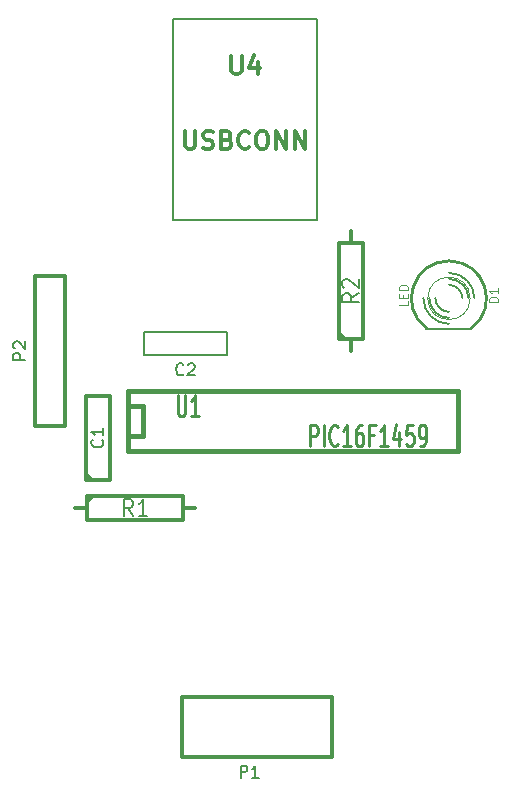
<source format=gto>
G04 #@! TF.FileFunction,Legend,Top*
%FSLAX46Y46*%
G04 Gerber Fmt 4.6, Leading zero omitted, Abs format (unit mm)*
G04 Created by KiCad (PCBNEW 4.0.2-stable) date 2017 October 08, Sunday 16:17:04*
%MOMM*%
G01*
G04 APERTURE LIST*
%ADD10C,0.150000*%
%ADD11C,0.304800*%
%ADD12C,0.127000*%
%ADD13C,0.381000*%
%ADD14C,0.203200*%
%ADD15C,0.076200*%
%ADD16C,0.254000*%
%ADD17C,0.152400*%
%ADD18C,0.285750*%
%ADD19C,0.088900*%
G04 APERTURE END LIST*
D10*
X50530000Y-49895000D02*
X43530000Y-49895000D01*
X43530000Y-49895000D02*
X43530000Y-47895000D01*
X43530000Y-47895000D02*
X50530000Y-47895000D01*
X50530000Y-47895000D02*
X50530000Y-49895000D01*
D11*
X59436000Y-83947000D02*
X46736000Y-83947000D01*
X46736000Y-83947000D02*
X46736000Y-78867000D01*
X46736000Y-78867000D02*
X59436000Y-78867000D01*
X59436000Y-78867000D02*
X59436000Y-83947000D01*
D12*
X58166000Y-21463000D02*
X45974000Y-21463000D01*
X45974000Y-21463000D02*
X45974000Y-38481000D01*
X45974000Y-38481000D02*
X58166000Y-38481000D01*
X58166000Y-38481000D02*
X58166000Y-21463000D01*
D13*
X42164000Y-54229000D02*
X43434000Y-54229000D01*
X43434000Y-54229000D02*
X43434000Y-56769000D01*
X43434000Y-56769000D02*
X42164000Y-56769000D01*
X42164000Y-52959000D02*
X70104000Y-52959000D01*
X70104000Y-52959000D02*
X70104000Y-58039000D01*
X70104000Y-58039000D02*
X42164000Y-58039000D01*
X42164000Y-58039000D02*
X42164000Y-52959000D01*
D14*
X67437000Y-47675800D02*
X71247000Y-47675800D01*
D15*
X71138051Y-45085000D02*
G75*
G03X71138051Y-45085000I-1796051J0D01*
G01*
D16*
X71249668Y-47622997D02*
G75*
G03X67437000Y-47625000I-1907668J2537997D01*
G01*
D17*
X70485000Y-45085000D02*
G75*
G03X69342000Y-43942000I-1143000J0D01*
G01*
X68199000Y-45085000D02*
G75*
G03X69342000Y-46228000I1143000J0D01*
G01*
X70993000Y-45085000D02*
G75*
G03X69342000Y-43434000I-1651000J0D01*
G01*
X67691000Y-45085000D02*
G75*
G03X69342000Y-46736000I1651000J0D01*
G01*
X71501000Y-45085000D02*
G75*
G03X69342000Y-42926000I-2159000J0D01*
G01*
X67183000Y-45085000D02*
G75*
G03X69342000Y-47244000I2159000J0D01*
G01*
D11*
X34290000Y-55880000D02*
X36830000Y-55880000D01*
X36830000Y-43180000D02*
X34290000Y-43180000D01*
X34290000Y-55880000D02*
X34290000Y-43180000D01*
X36830000Y-43180000D02*
X36830000Y-55880000D01*
X37719000Y-62865000D02*
X38735000Y-62865000D01*
X38735000Y-62865000D02*
X38735000Y-61849000D01*
X38735000Y-61849000D02*
X46863000Y-61849000D01*
X46863000Y-61849000D02*
X46863000Y-63881000D01*
X46863000Y-63881000D02*
X38735000Y-63881000D01*
X38735000Y-63881000D02*
X38735000Y-62865000D01*
X38735000Y-62357000D02*
X39243000Y-61849000D01*
X47879000Y-62865000D02*
X46863000Y-62865000D01*
X61087000Y-49530000D02*
X61087000Y-48514000D01*
X61087000Y-48514000D02*
X60071000Y-48514000D01*
X60071000Y-48514000D02*
X60071000Y-40386000D01*
X60071000Y-40386000D02*
X62103000Y-40386000D01*
X62103000Y-40386000D02*
X62103000Y-48514000D01*
X62103000Y-48514000D02*
X61087000Y-48514000D01*
X60579000Y-48514000D02*
X60071000Y-48006000D01*
X61087000Y-39370000D02*
X61087000Y-40386000D01*
X38608000Y-60452000D02*
X38608000Y-53340000D01*
X38608000Y-53340000D02*
X40640000Y-53340000D01*
X40640000Y-53340000D02*
X40640000Y-60452000D01*
X40640000Y-60452000D02*
X38608000Y-60452000D01*
X39116000Y-60452000D02*
X38608000Y-59944000D01*
D10*
X46863334Y-51502143D02*
X46815715Y-51549762D01*
X46672858Y-51597381D01*
X46577620Y-51597381D01*
X46434762Y-51549762D01*
X46339524Y-51454524D01*
X46291905Y-51359286D01*
X46244286Y-51168810D01*
X46244286Y-51025952D01*
X46291905Y-50835476D01*
X46339524Y-50740238D01*
X46434762Y-50645000D01*
X46577620Y-50597381D01*
X46672858Y-50597381D01*
X46815715Y-50645000D01*
X46863334Y-50692619D01*
X47244286Y-50692619D02*
X47291905Y-50645000D01*
X47387143Y-50597381D01*
X47625239Y-50597381D01*
X47720477Y-50645000D01*
X47768096Y-50692619D01*
X47815715Y-50787857D01*
X47815715Y-50883095D01*
X47768096Y-51025952D01*
X47196667Y-51597381D01*
X47815715Y-51597381D01*
D14*
X51701096Y-85676619D02*
X51701096Y-84660619D01*
X52088143Y-84660619D01*
X52184905Y-84709000D01*
X52233286Y-84757381D01*
X52281667Y-84854143D01*
X52281667Y-84999286D01*
X52233286Y-85096048D01*
X52184905Y-85144429D01*
X52088143Y-85192810D01*
X51701096Y-85192810D01*
X53249286Y-85676619D02*
X52668715Y-85676619D01*
X52959001Y-85676619D02*
X52959001Y-84660619D01*
X52862239Y-84805762D01*
X52765477Y-84902524D01*
X52668715Y-84950905D01*
D11*
X50908857Y-24565429D02*
X50908857Y-25799143D01*
X50981429Y-25944286D01*
X51054000Y-26016857D01*
X51199143Y-26089429D01*
X51489429Y-26089429D01*
X51634571Y-26016857D01*
X51707143Y-25944286D01*
X51779714Y-25799143D01*
X51779714Y-24565429D01*
X53158571Y-25073429D02*
X53158571Y-26089429D01*
X52795714Y-24492857D02*
X52432857Y-25581429D01*
X53376285Y-25581429D01*
X46990001Y-30915429D02*
X46990001Y-32149143D01*
X47062573Y-32294286D01*
X47135144Y-32366857D01*
X47280287Y-32439429D01*
X47570573Y-32439429D01*
X47715715Y-32366857D01*
X47788287Y-32294286D01*
X47860858Y-32149143D01*
X47860858Y-30915429D01*
X48514001Y-32366857D02*
X48731715Y-32439429D01*
X49094572Y-32439429D01*
X49239715Y-32366857D01*
X49312286Y-32294286D01*
X49384858Y-32149143D01*
X49384858Y-32004000D01*
X49312286Y-31858857D01*
X49239715Y-31786286D01*
X49094572Y-31713714D01*
X48804286Y-31641143D01*
X48659144Y-31568571D01*
X48586572Y-31496000D01*
X48514001Y-31350857D01*
X48514001Y-31205714D01*
X48586572Y-31060571D01*
X48659144Y-30988000D01*
X48804286Y-30915429D01*
X49167144Y-30915429D01*
X49384858Y-30988000D01*
X50546001Y-31641143D02*
X50763715Y-31713714D01*
X50836287Y-31786286D01*
X50908858Y-31931429D01*
X50908858Y-32149143D01*
X50836287Y-32294286D01*
X50763715Y-32366857D01*
X50618573Y-32439429D01*
X50038001Y-32439429D01*
X50038001Y-30915429D01*
X50546001Y-30915429D01*
X50691144Y-30988000D01*
X50763715Y-31060571D01*
X50836287Y-31205714D01*
X50836287Y-31350857D01*
X50763715Y-31496000D01*
X50691144Y-31568571D01*
X50546001Y-31641143D01*
X50038001Y-31641143D01*
X52432858Y-32294286D02*
X52360287Y-32366857D01*
X52142573Y-32439429D01*
X51997430Y-32439429D01*
X51779715Y-32366857D01*
X51634573Y-32221714D01*
X51562001Y-32076571D01*
X51489430Y-31786286D01*
X51489430Y-31568571D01*
X51562001Y-31278286D01*
X51634573Y-31133143D01*
X51779715Y-30988000D01*
X51997430Y-30915429D01*
X52142573Y-30915429D01*
X52360287Y-30988000D01*
X52432858Y-31060571D01*
X53376287Y-30915429D02*
X53666573Y-30915429D01*
X53811715Y-30988000D01*
X53956858Y-31133143D01*
X54029430Y-31423429D01*
X54029430Y-31931429D01*
X53956858Y-32221714D01*
X53811715Y-32366857D01*
X53666573Y-32439429D01*
X53376287Y-32439429D01*
X53231144Y-32366857D01*
X53086001Y-32221714D01*
X53013430Y-31931429D01*
X53013430Y-31423429D01*
X53086001Y-31133143D01*
X53231144Y-30988000D01*
X53376287Y-30915429D01*
X54682572Y-32439429D02*
X54682572Y-30915429D01*
X55553429Y-32439429D01*
X55553429Y-30915429D01*
X56279143Y-32439429D02*
X56279143Y-30915429D01*
X57150000Y-32439429D01*
X57150000Y-30915429D01*
D18*
X46373143Y-53255333D02*
X46373143Y-54694667D01*
X46427571Y-54864000D01*
X46482000Y-54948667D01*
X46590857Y-55033333D01*
X46808571Y-55033333D01*
X46917429Y-54948667D01*
X46971857Y-54864000D01*
X47026286Y-54694667D01*
X47026286Y-53255333D01*
X48169286Y-55033333D02*
X47516143Y-55033333D01*
X47842715Y-55033333D02*
X47842715Y-53255333D01*
X47733858Y-53509333D01*
X47625000Y-53678667D01*
X47516143Y-53763333D01*
D11*
D18*
X57585430Y-57573333D02*
X57585430Y-55795333D01*
X58020858Y-55795333D01*
X58129716Y-55880000D01*
X58184144Y-55964667D01*
X58238573Y-56134000D01*
X58238573Y-56388000D01*
X58184144Y-56557333D01*
X58129716Y-56642000D01*
X58020858Y-56726667D01*
X57585430Y-56726667D01*
X58728430Y-57573333D02*
X58728430Y-55795333D01*
X59925859Y-57404000D02*
X59871430Y-57488667D01*
X59708144Y-57573333D01*
X59599287Y-57573333D01*
X59436002Y-57488667D01*
X59327144Y-57319333D01*
X59272716Y-57150000D01*
X59218287Y-56811333D01*
X59218287Y-56557333D01*
X59272716Y-56218667D01*
X59327144Y-56049333D01*
X59436002Y-55880000D01*
X59599287Y-55795333D01*
X59708144Y-55795333D01*
X59871430Y-55880000D01*
X59925859Y-55964667D01*
X61014430Y-57573333D02*
X60361287Y-57573333D01*
X60687859Y-57573333D02*
X60687859Y-55795333D01*
X60579002Y-56049333D01*
X60470144Y-56218667D01*
X60361287Y-56303333D01*
X61994144Y-55795333D02*
X61776430Y-55795333D01*
X61667573Y-55880000D01*
X61613144Y-55964667D01*
X61504287Y-56218667D01*
X61449858Y-56557333D01*
X61449858Y-57234667D01*
X61504287Y-57404000D01*
X61558715Y-57488667D01*
X61667573Y-57573333D01*
X61885287Y-57573333D01*
X61994144Y-57488667D01*
X62048573Y-57404000D01*
X62103001Y-57234667D01*
X62103001Y-56811333D01*
X62048573Y-56642000D01*
X61994144Y-56557333D01*
X61885287Y-56472667D01*
X61667573Y-56472667D01*
X61558715Y-56557333D01*
X61504287Y-56642000D01*
X61449858Y-56811333D01*
X62973858Y-56642000D02*
X62592858Y-56642000D01*
X62592858Y-57573333D02*
X62592858Y-55795333D01*
X63137144Y-55795333D01*
X64171286Y-57573333D02*
X63518143Y-57573333D01*
X63844715Y-57573333D02*
X63844715Y-55795333D01*
X63735858Y-56049333D01*
X63627000Y-56218667D01*
X63518143Y-56303333D01*
X65151000Y-56388000D02*
X65151000Y-57573333D01*
X64878857Y-55710667D02*
X64606714Y-56980667D01*
X65314286Y-56980667D01*
X66294000Y-55795333D02*
X65749714Y-55795333D01*
X65695285Y-56642000D01*
X65749714Y-56557333D01*
X65858571Y-56472667D01*
X66130714Y-56472667D01*
X66239571Y-56557333D01*
X66294000Y-56642000D01*
X66348428Y-56811333D01*
X66348428Y-57234667D01*
X66294000Y-57404000D01*
X66239571Y-57488667D01*
X66130714Y-57573333D01*
X65858571Y-57573333D01*
X65749714Y-57488667D01*
X65695285Y-57404000D01*
X66892713Y-57573333D02*
X67110428Y-57573333D01*
X67219285Y-57488667D01*
X67273713Y-57404000D01*
X67382571Y-57150000D01*
X67436999Y-56811333D01*
X67436999Y-56134000D01*
X67382571Y-55964667D01*
X67328142Y-55880000D01*
X67219285Y-55795333D01*
X67001571Y-55795333D01*
X66892713Y-55880000D01*
X66838285Y-55964667D01*
X66783856Y-56134000D01*
X66783856Y-56557333D01*
X66838285Y-56726667D01*
X66892713Y-56811333D01*
X67001571Y-56896000D01*
X67219285Y-56896000D01*
X67328142Y-56811333D01*
X67382571Y-56726667D01*
X67436999Y-56557333D01*
D11*
D19*
X73496714Y-45393428D02*
X72734714Y-45393428D01*
X72734714Y-45212000D01*
X72771000Y-45103143D01*
X72843571Y-45030571D01*
X72916143Y-44994286D01*
X73061286Y-44958000D01*
X73170143Y-44958000D01*
X73315286Y-44994286D01*
X73387857Y-45030571D01*
X73460429Y-45103143D01*
X73496714Y-45212000D01*
X73496714Y-45393428D01*
X73496714Y-44232286D02*
X73496714Y-44667714D01*
X73496714Y-44450000D02*
X72734714Y-44450000D01*
X72843571Y-44522571D01*
X72916143Y-44595143D01*
X72952429Y-44667714D01*
X65876714Y-45320857D02*
X65876714Y-45683714D01*
X65114714Y-45683714D01*
X65477571Y-45066857D02*
X65477571Y-44812857D01*
X65876714Y-44704000D02*
X65876714Y-45066857D01*
X65114714Y-45066857D01*
X65114714Y-44704000D01*
X65876714Y-44377428D02*
X65114714Y-44377428D01*
X65114714Y-44196000D01*
X65151000Y-44087143D01*
X65223571Y-44014571D01*
X65296143Y-43978286D01*
X65441286Y-43942000D01*
X65550143Y-43942000D01*
X65695286Y-43978286D01*
X65767857Y-44014571D01*
X65840429Y-44087143D01*
X65876714Y-44196000D01*
X65876714Y-44377428D01*
D14*
X33479619Y-50279904D02*
X32463619Y-50279904D01*
X32463619Y-49892857D01*
X32512000Y-49796095D01*
X32560381Y-49747714D01*
X32657143Y-49699333D01*
X32802286Y-49699333D01*
X32899048Y-49747714D01*
X32947429Y-49796095D01*
X32995810Y-49892857D01*
X32995810Y-50279904D01*
X32560381Y-49312285D02*
X32512000Y-49263904D01*
X32463619Y-49167142D01*
X32463619Y-48925238D01*
X32512000Y-48828476D01*
X32560381Y-48780095D01*
X32657143Y-48731714D01*
X32753905Y-48731714D01*
X32899048Y-48780095D01*
X33479619Y-49360666D01*
X33479619Y-48731714D01*
X42587333Y-63496976D02*
X42164000Y-62831738D01*
X41861619Y-63496976D02*
X41861619Y-62099976D01*
X42345428Y-62099976D01*
X42466381Y-62166500D01*
X42526857Y-62233024D01*
X42587333Y-62366071D01*
X42587333Y-62565643D01*
X42526857Y-62698690D01*
X42466381Y-62765214D01*
X42345428Y-62831738D01*
X41861619Y-62831738D01*
X43796857Y-63496976D02*
X43071143Y-63496976D01*
X43434000Y-63496976D02*
X43434000Y-62099976D01*
X43313048Y-62299548D01*
X43192095Y-62432595D01*
X43071143Y-62499119D01*
X61718976Y-44661667D02*
X61053738Y-45085000D01*
X61718976Y-45387381D02*
X60321976Y-45387381D01*
X60321976Y-44903572D01*
X60388500Y-44782619D01*
X60455024Y-44722143D01*
X60588071Y-44661667D01*
X60787643Y-44661667D01*
X60920690Y-44722143D01*
X60987214Y-44782619D01*
X61053738Y-44903572D01*
X61053738Y-45387381D01*
X60455024Y-44177857D02*
X60388500Y-44117381D01*
X60321976Y-43996429D01*
X60321976Y-43694048D01*
X60388500Y-43573095D01*
X60455024Y-43512619D01*
X60588071Y-43452143D01*
X60721119Y-43452143D01*
X60920690Y-43512619D01*
X61718976Y-44238333D01*
X61718976Y-43452143D01*
X39986857Y-57065333D02*
X40035238Y-57113714D01*
X40083619Y-57258857D01*
X40083619Y-57355619D01*
X40035238Y-57500761D01*
X39938476Y-57597523D01*
X39841714Y-57645904D01*
X39648190Y-57694285D01*
X39503048Y-57694285D01*
X39309524Y-57645904D01*
X39212762Y-57597523D01*
X39116000Y-57500761D01*
X39067619Y-57355619D01*
X39067619Y-57258857D01*
X39116000Y-57113714D01*
X39164381Y-57065333D01*
X40083619Y-56097714D02*
X40083619Y-56678285D01*
X40083619Y-56387999D02*
X39067619Y-56387999D01*
X39212762Y-56484761D01*
X39309524Y-56581523D01*
X39357905Y-56678285D01*
M02*

</source>
